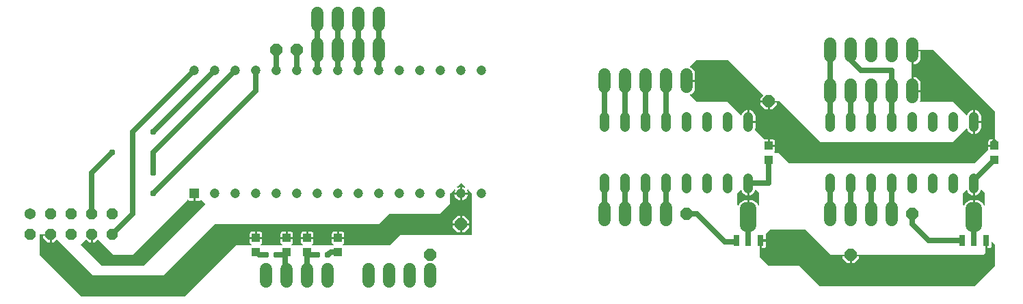
<source format=gbr>
G04 EAGLE Gerber RS-274X export*
G75*
%MOMM*%
%FSLAX34Y34*%
%LPD*%
%INTop Copper*%
%IPPOS*%
%AMOC8*
5,1,8,0,0,1.08239X$1,22.5*%
G01*
%ADD10R,1.206400X1.206400*%
%ADD11C,1.206400*%
%ADD12R,1.000000X1.100000*%
%ADD13C,1.219200*%
%ADD14C,1.524000*%
%ADD15R,0.800000X1.400000*%
%ADD16R,0.800000X1.900000*%
%ADD17C,1.371600*%
%ADD18P,1.484606X8X22.500000*%
%ADD19P,1.649562X8X22.500000*%
%ADD20C,0.787400*%
%ADD21C,0.635000*%

G36*
X1206590Y177054D02*
X1206590Y177054D01*
X1206681Y177061D01*
X1206711Y177073D01*
X1206743Y177079D01*
X1206823Y177121D01*
X1206907Y177157D01*
X1206939Y177183D01*
X1206960Y177194D01*
X1206982Y177217D01*
X1207038Y177262D01*
X1224136Y194360D01*
X1224189Y194434D01*
X1224249Y194503D01*
X1224261Y194533D01*
X1224280Y194559D01*
X1224307Y194646D01*
X1224341Y194731D01*
X1224345Y194772D01*
X1224352Y194795D01*
X1224351Y194827D01*
X1224359Y194898D01*
X1224359Y197477D01*
X1226938Y197477D01*
X1227028Y197492D01*
X1227119Y197499D01*
X1227149Y197511D01*
X1227181Y197517D01*
X1227261Y197559D01*
X1227345Y197595D01*
X1227377Y197621D01*
X1227398Y197632D01*
X1227420Y197655D01*
X1227476Y197700D01*
X1229000Y199224D01*
X1229042Y199282D01*
X1229091Y199334D01*
X1229113Y199381D01*
X1229144Y199423D01*
X1229165Y199492D01*
X1229195Y199557D01*
X1229201Y199609D01*
X1229216Y199658D01*
X1229214Y199730D01*
X1229222Y199801D01*
X1229211Y199852D01*
X1229210Y199904D01*
X1229185Y199972D01*
X1229170Y200042D01*
X1229143Y200086D01*
X1229125Y200135D01*
X1229080Y200191D01*
X1229044Y200253D01*
X1229004Y200287D01*
X1228972Y200327D01*
X1228911Y200366D01*
X1228857Y200413D01*
X1228808Y200432D01*
X1228765Y200460D01*
X1228695Y200478D01*
X1228629Y200505D01*
X1228557Y200513D01*
X1228526Y200520D01*
X1228503Y200519D01*
X1228462Y200523D01*
X1224359Y200523D01*
X1224359Y204834D01*
X1224532Y205481D01*
X1224867Y206060D01*
X1225340Y206533D01*
X1225919Y206868D01*
X1226566Y207041D01*
X1230377Y207041D01*
X1230377Y202438D01*
X1230388Y202367D01*
X1230390Y202296D01*
X1230408Y202247D01*
X1230417Y202195D01*
X1230450Y202132D01*
X1230475Y202065D01*
X1230507Y202024D01*
X1230532Y201978D01*
X1230584Y201929D01*
X1230628Y201873D01*
X1230672Y201844D01*
X1230710Y201809D01*
X1230775Y201778D01*
X1230835Y201740D01*
X1230886Y201727D01*
X1230933Y201705D01*
X1231004Y201697D01*
X1231074Y201680D01*
X1231126Y201684D01*
X1231178Y201678D01*
X1231248Y201693D01*
X1231319Y201699D01*
X1231367Y201719D01*
X1231418Y201730D01*
X1231480Y201767D01*
X1231545Y201795D01*
X1231601Y201840D01*
X1231629Y201856D01*
X1231644Y201874D01*
X1231676Y201900D01*
X1232438Y202662D01*
X1232491Y202736D01*
X1232551Y202805D01*
X1232563Y202835D01*
X1232582Y202861D01*
X1232609Y202948D01*
X1232643Y203033D01*
X1232647Y203074D01*
X1232654Y203097D01*
X1232653Y203129D01*
X1232661Y203200D01*
X1232661Y241300D01*
X1232647Y241390D01*
X1232639Y241481D01*
X1232627Y241511D01*
X1232622Y241543D01*
X1232579Y241623D01*
X1232543Y241707D01*
X1232517Y241739D01*
X1232506Y241760D01*
X1232483Y241782D01*
X1232438Y241838D01*
X1156238Y318038D01*
X1156164Y318091D01*
X1156095Y318151D01*
X1156065Y318163D01*
X1156039Y318182D01*
X1155952Y318209D01*
X1155867Y318243D01*
X1155826Y318247D01*
X1155803Y318254D01*
X1155771Y318253D01*
X1155700Y318261D01*
X1131062Y318261D01*
X1131042Y318258D01*
X1131023Y318260D01*
X1130921Y318238D01*
X1130819Y318222D01*
X1130802Y318212D01*
X1130782Y318208D01*
X1130693Y318155D01*
X1130602Y318106D01*
X1130588Y318092D01*
X1130571Y318082D01*
X1130504Y318003D01*
X1130433Y317928D01*
X1130424Y317910D01*
X1130411Y317895D01*
X1130373Y317799D01*
X1130329Y317705D01*
X1130327Y317685D01*
X1130319Y317667D01*
X1130301Y317500D01*
X1130301Y317499D01*
X1130300Y317499D01*
X1130280Y317496D01*
X1130261Y317498D01*
X1130159Y317476D01*
X1130057Y317459D01*
X1130040Y317450D01*
X1130020Y317446D01*
X1129931Y317393D01*
X1129840Y317344D01*
X1129826Y317330D01*
X1129809Y317320D01*
X1129742Y317241D01*
X1129671Y317166D01*
X1129662Y317148D01*
X1129649Y317133D01*
X1129610Y317037D01*
X1129567Y316943D01*
X1129565Y316923D01*
X1129557Y316905D01*
X1129539Y316738D01*
X1129539Y267462D01*
X1129542Y267442D01*
X1129540Y267423D01*
X1129562Y267321D01*
X1129579Y267219D01*
X1129588Y267202D01*
X1129592Y267182D01*
X1129645Y267093D01*
X1129694Y267002D01*
X1129708Y266988D01*
X1129718Y266971D01*
X1129797Y266904D01*
X1129872Y266833D01*
X1129890Y266824D01*
X1129905Y266811D01*
X1130001Y266773D01*
X1130095Y266729D01*
X1130115Y266727D01*
X1130133Y266719D01*
X1130300Y266701D01*
X1130301Y266701D01*
X1130301Y265938D01*
X1130304Y265918D01*
X1130302Y265899D01*
X1130324Y265797D01*
X1130341Y265695D01*
X1130350Y265678D01*
X1130354Y265658D01*
X1130407Y265569D01*
X1130456Y265478D01*
X1130470Y265464D01*
X1130480Y265447D01*
X1130559Y265380D01*
X1130634Y265309D01*
X1130652Y265300D01*
X1130667Y265287D01*
X1130763Y265248D01*
X1130857Y265205D01*
X1130877Y265203D01*
X1130895Y265195D01*
X1131062Y265177D01*
X1140461Y265177D01*
X1140461Y258280D01*
X1140211Y256701D01*
X1139716Y255179D01*
X1139291Y254346D01*
X1139268Y254274D01*
X1139236Y254205D01*
X1139231Y254157D01*
X1139217Y254111D01*
X1139218Y254036D01*
X1139209Y253961D01*
X1139220Y253914D01*
X1139220Y253865D01*
X1139246Y253794D01*
X1139262Y253720D01*
X1139286Y253679D01*
X1139302Y253634D01*
X1139349Y253574D01*
X1139388Y253509D01*
X1139424Y253478D01*
X1139454Y253440D01*
X1139517Y253398D01*
X1139575Y253349D01*
X1139619Y253331D01*
X1139660Y253305D01*
X1139733Y253286D01*
X1139803Y253257D01*
X1139868Y253250D01*
X1139897Y253242D01*
X1139923Y253244D01*
X1139970Y253239D01*
X1180785Y253239D01*
X1196983Y237040D01*
X1197021Y237013D01*
X1197052Y236979D01*
X1197120Y236942D01*
X1197183Y236897D01*
X1197227Y236883D01*
X1197267Y236861D01*
X1197344Y236847D01*
X1197418Y236824D01*
X1197464Y236825D01*
X1197509Y236817D01*
X1197586Y236829D01*
X1197664Y236831D01*
X1197707Y236846D01*
X1197753Y236853D01*
X1197822Y236888D01*
X1197895Y236915D01*
X1197931Y236944D01*
X1197972Y236964D01*
X1198026Y237020D01*
X1198087Y237069D01*
X1198112Y237107D01*
X1198144Y237140D01*
X1198210Y237260D01*
X1198220Y237276D01*
X1198221Y237280D01*
X1198225Y237287D01*
X1198846Y238787D01*
X1199791Y240202D01*
X1200994Y241405D01*
X1202409Y242350D01*
X1203981Y243001D01*
X1204977Y243199D01*
X1204977Y229362D01*
X1204980Y229342D01*
X1204978Y229323D01*
X1205000Y229221D01*
X1205017Y229119D01*
X1205026Y229102D01*
X1205030Y229082D01*
X1205083Y228993D01*
X1205132Y228902D01*
X1205146Y228888D01*
X1205156Y228871D01*
X1205235Y228804D01*
X1205310Y228733D01*
X1205328Y228724D01*
X1205343Y228711D01*
X1205439Y228673D01*
X1205533Y228629D01*
X1205553Y228627D01*
X1205571Y228619D01*
X1205738Y228601D01*
X1206501Y228601D01*
X1206501Y228599D01*
X1205738Y228599D01*
X1205718Y228596D01*
X1205699Y228598D01*
X1205597Y228576D01*
X1205495Y228559D01*
X1205478Y228550D01*
X1205458Y228546D01*
X1205369Y228493D01*
X1205278Y228444D01*
X1205264Y228430D01*
X1205247Y228420D01*
X1205180Y228341D01*
X1205109Y228266D01*
X1205100Y228248D01*
X1205087Y228233D01*
X1205048Y228137D01*
X1205005Y228043D01*
X1205003Y228023D01*
X1204995Y228005D01*
X1204977Y227838D01*
X1204977Y214001D01*
X1203981Y214199D01*
X1202409Y214850D01*
X1200994Y215795D01*
X1199791Y216998D01*
X1198846Y218413D01*
X1198225Y219913D01*
X1198201Y219952D01*
X1198185Y219995D01*
X1198136Y220056D01*
X1198095Y220122D01*
X1198060Y220151D01*
X1198031Y220187D01*
X1197966Y220229D01*
X1197906Y220279D01*
X1197863Y220295D01*
X1197824Y220320D01*
X1197749Y220339D01*
X1197676Y220367D01*
X1197630Y220369D01*
X1197586Y220380D01*
X1197508Y220374D01*
X1197431Y220377D01*
X1197386Y220365D01*
X1197341Y220361D01*
X1197269Y220331D01*
X1197194Y220309D01*
X1197157Y220283D01*
X1197114Y220265D01*
X1197008Y220179D01*
X1196992Y220169D01*
X1196989Y220165D01*
X1196983Y220160D01*
X1180785Y203961D01*
X1016315Y203961D01*
X965738Y254538D01*
X965664Y254591D01*
X965595Y254651D01*
X965565Y254663D01*
X965539Y254682D01*
X965452Y254709D01*
X965367Y254743D01*
X965326Y254747D01*
X965303Y254754D01*
X965271Y254753D01*
X965200Y254761D01*
X953262Y254761D01*
X953242Y254758D01*
X953223Y254760D01*
X953121Y254738D01*
X953019Y254722D01*
X953002Y254712D01*
X952982Y254708D01*
X952893Y254655D01*
X952802Y254606D01*
X952788Y254592D01*
X952771Y254582D01*
X952704Y254503D01*
X952633Y254428D01*
X952624Y254410D01*
X952611Y254395D01*
X952573Y254299D01*
X952529Y254205D01*
X952527Y254185D01*
X952519Y254167D01*
X952501Y254000D01*
X952501Y253999D01*
X952499Y253999D01*
X952499Y254762D01*
X952496Y254782D01*
X952498Y254801D01*
X952476Y254903D01*
X952459Y255005D01*
X952450Y255022D01*
X952446Y255042D01*
X952393Y255131D01*
X952344Y255222D01*
X952330Y255236D01*
X952320Y255253D01*
X952241Y255320D01*
X952166Y255391D01*
X952148Y255400D01*
X952133Y255413D01*
X952037Y255452D01*
X951943Y255495D01*
X951923Y255497D01*
X951905Y255505D01*
X951738Y255523D01*
X942339Y255523D01*
X942339Y258209D01*
X945315Y261185D01*
X945327Y261201D01*
X945342Y261213D01*
X945399Y261301D01*
X945459Y261384D01*
X945465Y261403D01*
X945475Y261420D01*
X945501Y261521D01*
X945531Y261620D01*
X945531Y261639D01*
X945536Y261659D01*
X945528Y261762D01*
X945525Y261865D01*
X945518Y261884D01*
X945516Y261904D01*
X945476Y261999D01*
X945440Y262096D01*
X945428Y262112D01*
X945420Y262130D01*
X945315Y262261D01*
X902238Y305338D01*
X902164Y305391D01*
X902095Y305451D01*
X902065Y305463D01*
X902039Y305482D01*
X901952Y305509D01*
X901867Y305543D01*
X901826Y305547D01*
X901803Y305554D01*
X901771Y305553D01*
X901700Y305561D01*
X863600Y305561D01*
X863510Y305547D01*
X863419Y305539D01*
X863389Y305527D01*
X863357Y305522D01*
X863277Y305479D01*
X863193Y305443D01*
X863161Y305417D01*
X863140Y305406D01*
X863118Y305383D01*
X863062Y305338D01*
X855117Y297393D01*
X855108Y297380D01*
X855095Y297371D01*
X855036Y297281D01*
X854973Y297194D01*
X854969Y297178D01*
X854960Y297165D01*
X854932Y297061D01*
X854901Y296959D01*
X854901Y296943D01*
X854897Y296927D01*
X854905Y296820D01*
X854907Y296713D01*
X854913Y296698D01*
X854914Y296682D01*
X854955Y296583D01*
X854992Y296482D01*
X855002Y296469D01*
X855008Y296454D01*
X855078Y296374D01*
X855145Y296290D01*
X855159Y296281D01*
X855169Y296269D01*
X855310Y296177D01*
X856225Y295710D01*
X857519Y294770D01*
X858650Y293639D01*
X859590Y292345D01*
X860316Y290920D01*
X860811Y289399D01*
X861061Y287820D01*
X861061Y280923D01*
X851662Y280923D01*
X851642Y280920D01*
X851623Y280922D01*
X851521Y280900D01*
X851419Y280883D01*
X851402Y280874D01*
X851382Y280870D01*
X851293Y280817D01*
X851202Y280768D01*
X851188Y280754D01*
X851171Y280744D01*
X851104Y280665D01*
X851033Y280590D01*
X851024Y280572D01*
X851011Y280557D01*
X850973Y280461D01*
X850929Y280367D01*
X850927Y280347D01*
X850919Y280329D01*
X850901Y280162D01*
X850901Y278638D01*
X850904Y278618D01*
X850902Y278599D01*
X850924Y278497D01*
X850941Y278395D01*
X850950Y278378D01*
X850954Y278358D01*
X851007Y278269D01*
X851056Y278178D01*
X851070Y278164D01*
X851080Y278147D01*
X851159Y278080D01*
X851234Y278009D01*
X851252Y278000D01*
X851267Y277987D01*
X851363Y277948D01*
X851457Y277905D01*
X851477Y277903D01*
X851495Y277895D01*
X851662Y277877D01*
X861061Y277877D01*
X861061Y270980D01*
X860811Y269401D01*
X860316Y267880D01*
X859590Y266455D01*
X858650Y265161D01*
X857519Y264030D01*
X856225Y263090D01*
X855310Y262623D01*
X855297Y262614D01*
X855282Y262608D01*
X855198Y262541D01*
X855111Y262478D01*
X855102Y262465D01*
X855090Y262455D01*
X855031Y262364D01*
X854970Y262276D01*
X854965Y262261D01*
X854957Y262248D01*
X854930Y262143D01*
X854900Y262041D01*
X854901Y262025D01*
X854897Y262009D01*
X854905Y261902D01*
X854909Y261795D01*
X854914Y261780D01*
X854916Y261764D01*
X854958Y261665D01*
X854996Y261565D01*
X855006Y261552D01*
X855012Y261538D01*
X855117Y261407D01*
X863062Y253462D01*
X863136Y253409D01*
X863205Y253349D01*
X863235Y253337D01*
X863261Y253318D01*
X863348Y253291D01*
X863433Y253257D01*
X863474Y253253D01*
X863497Y253246D01*
X863529Y253247D01*
X863600Y253239D01*
X901385Y253239D01*
X917583Y237040D01*
X917621Y237013D01*
X917652Y236980D01*
X917720Y236942D01*
X917783Y236897D01*
X917827Y236883D01*
X917867Y236861D01*
X917944Y236847D01*
X918018Y236824D01*
X918064Y236825D01*
X918109Y236817D01*
X918186Y236829D01*
X918264Y236831D01*
X918307Y236846D01*
X918353Y236853D01*
X918422Y236888D01*
X918495Y236915D01*
X918531Y236944D01*
X918572Y236965D01*
X918626Y237020D01*
X918687Y237069D01*
X918712Y237107D01*
X918744Y237140D01*
X918810Y237260D01*
X918820Y237276D01*
X918821Y237280D01*
X918825Y237287D01*
X919446Y238787D01*
X920391Y240202D01*
X921594Y241405D01*
X923009Y242350D01*
X924581Y243001D01*
X925577Y243199D01*
X925577Y229362D01*
X925580Y229342D01*
X925578Y229323D01*
X925600Y229221D01*
X925617Y229119D01*
X925626Y229102D01*
X925630Y229082D01*
X925683Y228993D01*
X925732Y228902D01*
X925746Y228888D01*
X925756Y228871D01*
X925835Y228804D01*
X925910Y228733D01*
X925928Y228724D01*
X925943Y228711D01*
X926039Y228673D01*
X926133Y228629D01*
X926153Y228627D01*
X926171Y228619D01*
X926338Y228601D01*
X927101Y228601D01*
X927101Y227838D01*
X927104Y227818D01*
X927102Y227799D01*
X927124Y227697D01*
X927141Y227595D01*
X927150Y227578D01*
X927154Y227558D01*
X927207Y227469D01*
X927256Y227378D01*
X927270Y227364D01*
X927280Y227347D01*
X927359Y227280D01*
X927434Y227209D01*
X927452Y227200D01*
X927467Y227187D01*
X927563Y227148D01*
X927657Y227105D01*
X927677Y227103D01*
X927695Y227095D01*
X927862Y227077D01*
X935737Y227077D01*
X935737Y221653D01*
X935405Y219985D01*
X935375Y219913D01*
X935367Y219879D01*
X935365Y219874D01*
X935364Y219865D01*
X935349Y219800D01*
X935320Y219686D01*
X935320Y219680D01*
X935319Y219673D01*
X935330Y219557D01*
X935339Y219441D01*
X935341Y219435D01*
X935342Y219429D01*
X935390Y219320D01*
X935435Y219214D01*
X935440Y219208D01*
X935442Y219204D01*
X935455Y219190D01*
X935540Y219083D01*
X947360Y207264D01*
X947434Y207211D01*
X947503Y207151D01*
X947533Y207139D01*
X947559Y207120D01*
X947646Y207093D01*
X947731Y207059D01*
X947772Y207055D01*
X947795Y207048D01*
X947827Y207049D01*
X947898Y207041D01*
X950977Y207041D01*
X950977Y203962D01*
X950992Y203872D01*
X950999Y203781D01*
X951011Y203751D01*
X951017Y203719D01*
X951059Y203639D01*
X951095Y203555D01*
X951121Y203522D01*
X951132Y203502D01*
X951155Y203480D01*
X951200Y203424D01*
X951739Y202885D01*
X951739Y199762D01*
X951742Y199742D01*
X951740Y199723D01*
X951762Y199621D01*
X951779Y199519D01*
X951788Y199502D01*
X951792Y199482D01*
X951845Y199393D01*
X951894Y199302D01*
X951908Y199288D01*
X951918Y199271D01*
X951997Y199204D01*
X952072Y199133D01*
X952090Y199124D01*
X952105Y199111D01*
X952201Y199072D01*
X952295Y199029D01*
X952315Y199027D01*
X952333Y199019D01*
X952500Y199001D01*
X952501Y199001D01*
X952501Y198238D01*
X952504Y198218D01*
X952502Y198199D01*
X952524Y198097D01*
X952541Y197995D01*
X952550Y197978D01*
X952554Y197958D01*
X952607Y197869D01*
X952656Y197778D01*
X952670Y197764D01*
X952680Y197747D01*
X952759Y197680D01*
X952834Y197609D01*
X952852Y197600D01*
X952867Y197587D01*
X952963Y197548D01*
X953057Y197505D01*
X953077Y197503D01*
X953095Y197495D01*
X953262Y197477D01*
X960041Y197477D01*
X960041Y193166D01*
X959868Y192519D01*
X959529Y191932D01*
X959519Y191925D01*
X959463Y191838D01*
X959403Y191754D01*
X959397Y191735D01*
X959386Y191718D01*
X959361Y191617D01*
X959331Y191519D01*
X959331Y191499D01*
X959326Y191479D01*
X959334Y191376D01*
X959337Y191273D01*
X959344Y191254D01*
X959345Y191234D01*
X959386Y191139D01*
X959421Y191042D01*
X959434Y191026D01*
X959442Y191008D01*
X959547Y190877D01*
X960462Y189962D01*
X960536Y189909D01*
X960605Y189849D01*
X960635Y189837D01*
X960661Y189818D01*
X960749Y189791D01*
X960833Y189757D01*
X960874Y189753D01*
X960897Y189746D01*
X960929Y189747D01*
X961000Y189739D01*
X964885Y189739D01*
X977362Y177262D01*
X977436Y177209D01*
X977505Y177149D01*
X977535Y177137D01*
X977561Y177118D01*
X977648Y177091D01*
X977733Y177057D01*
X977774Y177053D01*
X977797Y177046D01*
X977829Y177047D01*
X977900Y177039D01*
X1206500Y177039D01*
X1206590Y177054D01*
G37*
G36*
X228690Y11954D02*
X228690Y11954D01*
X228781Y11961D01*
X228811Y11973D01*
X228843Y11979D01*
X228923Y12021D01*
X229007Y12057D01*
X229039Y12083D01*
X229060Y12094D01*
X229082Y12117D01*
X229138Y12162D01*
X292415Y75439D01*
X310830Y75439D01*
X310920Y75454D01*
X311011Y75461D01*
X311041Y75473D01*
X311073Y75479D01*
X311153Y75521D01*
X311238Y75557D01*
X311270Y75583D01*
X311290Y75594D01*
X311313Y75617D01*
X311368Y75662D01*
X311464Y75757D01*
X311533Y75854D01*
X311604Y75950D01*
X311606Y75954D01*
X311608Y75957D01*
X311643Y76070D01*
X311679Y76184D01*
X311679Y76188D01*
X311680Y76192D01*
X311677Y76310D01*
X311675Y76430D01*
X311674Y76434D01*
X311674Y76438D01*
X311633Y76550D01*
X311594Y76662D01*
X311591Y76665D01*
X311590Y76669D01*
X311515Y76762D01*
X311442Y76856D01*
X311438Y76859D01*
X311436Y76861D01*
X311425Y76869D01*
X311307Y76955D01*
X310940Y77167D01*
X310467Y77640D01*
X310132Y78219D01*
X309959Y78866D01*
X309959Y83177D01*
X316738Y83177D01*
X316758Y83180D01*
X316777Y83178D01*
X316879Y83200D01*
X316981Y83217D01*
X316998Y83226D01*
X317018Y83230D01*
X317107Y83283D01*
X317198Y83332D01*
X317212Y83346D01*
X317229Y83356D01*
X317296Y83435D01*
X317367Y83510D01*
X317376Y83528D01*
X317389Y83543D01*
X317428Y83639D01*
X317471Y83733D01*
X317473Y83753D01*
X317481Y83771D01*
X317499Y83938D01*
X317499Y84701D01*
X317501Y84701D01*
X317501Y83938D01*
X317504Y83918D01*
X317502Y83899D01*
X317524Y83797D01*
X317541Y83695D01*
X317550Y83678D01*
X317554Y83658D01*
X317607Y83569D01*
X317656Y83478D01*
X317670Y83464D01*
X317680Y83447D01*
X317759Y83380D01*
X317834Y83309D01*
X317852Y83300D01*
X317867Y83287D01*
X317963Y83248D01*
X318057Y83205D01*
X318077Y83203D01*
X318095Y83195D01*
X318262Y83177D01*
X325041Y83177D01*
X325041Y78866D01*
X324868Y78219D01*
X324533Y77640D01*
X324060Y77167D01*
X323693Y76955D01*
X323600Y76879D01*
X323508Y76805D01*
X323506Y76802D01*
X323503Y76799D01*
X323439Y76697D01*
X323375Y76598D01*
X323374Y76595D01*
X323372Y76591D01*
X323344Y76473D01*
X323315Y76360D01*
X323316Y76356D01*
X323315Y76352D01*
X323325Y76232D01*
X323334Y76115D01*
X323336Y76111D01*
X323336Y76107D01*
X323384Y75997D01*
X323431Y75888D01*
X323434Y75885D01*
X323435Y75882D01*
X323444Y75871D01*
X323536Y75757D01*
X323632Y75662D01*
X323705Y75609D01*
X323775Y75549D01*
X323805Y75537D01*
X323831Y75518D01*
X323918Y75491D01*
X324003Y75457D01*
X324044Y75453D01*
X324066Y75446D01*
X324099Y75447D01*
X324170Y75439D01*
X348930Y75439D01*
X349020Y75454D01*
X349111Y75461D01*
X349141Y75473D01*
X349173Y75479D01*
X349253Y75521D01*
X349338Y75557D01*
X349370Y75583D01*
X349390Y75594D01*
X349413Y75617D01*
X349468Y75662D01*
X349564Y75757D01*
X349633Y75854D01*
X349704Y75950D01*
X349706Y75954D01*
X349708Y75957D01*
X349743Y76070D01*
X349779Y76184D01*
X349779Y76188D01*
X349780Y76192D01*
X349777Y76310D01*
X349775Y76430D01*
X349774Y76434D01*
X349774Y76438D01*
X349733Y76550D01*
X349694Y76662D01*
X349691Y76665D01*
X349690Y76669D01*
X349615Y76762D01*
X349542Y76856D01*
X349538Y76859D01*
X349536Y76861D01*
X349525Y76869D01*
X349407Y76955D01*
X349040Y77167D01*
X348567Y77640D01*
X348232Y78219D01*
X348059Y78866D01*
X348059Y83177D01*
X354838Y83177D01*
X354858Y83180D01*
X354877Y83178D01*
X354979Y83200D01*
X355081Y83217D01*
X355098Y83226D01*
X355118Y83230D01*
X355207Y83283D01*
X355298Y83332D01*
X355312Y83346D01*
X355329Y83356D01*
X355396Y83435D01*
X355467Y83510D01*
X355476Y83528D01*
X355489Y83543D01*
X355528Y83639D01*
X355571Y83733D01*
X355573Y83753D01*
X355581Y83771D01*
X355599Y83938D01*
X355599Y84701D01*
X355601Y84701D01*
X355601Y83938D01*
X355604Y83918D01*
X355602Y83899D01*
X355624Y83797D01*
X355641Y83695D01*
X355650Y83678D01*
X355654Y83658D01*
X355707Y83569D01*
X355756Y83478D01*
X355770Y83464D01*
X355780Y83447D01*
X355859Y83380D01*
X355934Y83309D01*
X355952Y83300D01*
X355967Y83287D01*
X356063Y83248D01*
X356157Y83205D01*
X356177Y83203D01*
X356195Y83195D01*
X356362Y83177D01*
X363141Y83177D01*
X363141Y78866D01*
X362968Y78219D01*
X362633Y77640D01*
X362160Y77167D01*
X361793Y76955D01*
X361700Y76879D01*
X361608Y76805D01*
X361606Y76802D01*
X361603Y76799D01*
X361539Y76697D01*
X361475Y76598D01*
X361474Y76595D01*
X361472Y76591D01*
X361444Y76473D01*
X361415Y76360D01*
X361416Y76356D01*
X361415Y76352D01*
X361425Y76232D01*
X361434Y76115D01*
X361436Y76111D01*
X361436Y76107D01*
X361484Y75997D01*
X361531Y75888D01*
X361534Y75885D01*
X361535Y75882D01*
X361544Y75871D01*
X361636Y75757D01*
X361732Y75662D01*
X361805Y75609D01*
X361875Y75549D01*
X361905Y75537D01*
X361931Y75518D01*
X362018Y75491D01*
X362103Y75457D01*
X362144Y75453D01*
X362166Y75446D01*
X362199Y75447D01*
X362270Y75439D01*
X374330Y75439D01*
X374420Y75454D01*
X374511Y75461D01*
X374541Y75473D01*
X374573Y75479D01*
X374653Y75521D01*
X374738Y75557D01*
X374770Y75583D01*
X374790Y75594D01*
X374813Y75617D01*
X374868Y75662D01*
X374964Y75757D01*
X375033Y75854D01*
X375104Y75950D01*
X375106Y75954D01*
X375108Y75957D01*
X375143Y76070D01*
X375179Y76184D01*
X375179Y76188D01*
X375180Y76192D01*
X375177Y76310D01*
X375175Y76430D01*
X375174Y76434D01*
X375174Y76438D01*
X375133Y76550D01*
X375094Y76662D01*
X375091Y76665D01*
X375090Y76669D01*
X375015Y76762D01*
X374942Y76856D01*
X374938Y76859D01*
X374936Y76861D01*
X374925Y76869D01*
X374807Y76955D01*
X374440Y77167D01*
X373967Y77640D01*
X373632Y78219D01*
X373459Y78866D01*
X373459Y83177D01*
X380238Y83177D01*
X380258Y83180D01*
X380277Y83178D01*
X380379Y83200D01*
X380481Y83217D01*
X380498Y83226D01*
X380518Y83230D01*
X380607Y83283D01*
X380698Y83332D01*
X380712Y83346D01*
X380729Y83356D01*
X380796Y83435D01*
X380867Y83510D01*
X380876Y83528D01*
X380889Y83543D01*
X380928Y83639D01*
X380971Y83733D01*
X380973Y83753D01*
X380981Y83771D01*
X380999Y83938D01*
X380999Y84701D01*
X381001Y84701D01*
X381001Y83938D01*
X381004Y83918D01*
X381002Y83899D01*
X381024Y83797D01*
X381041Y83695D01*
X381050Y83678D01*
X381054Y83658D01*
X381107Y83569D01*
X381156Y83478D01*
X381170Y83464D01*
X381180Y83447D01*
X381259Y83380D01*
X381334Y83309D01*
X381352Y83300D01*
X381367Y83287D01*
X381463Y83248D01*
X381557Y83205D01*
X381577Y83203D01*
X381595Y83195D01*
X381762Y83177D01*
X388541Y83177D01*
X388541Y78866D01*
X388368Y78219D01*
X388033Y77640D01*
X387560Y77167D01*
X387193Y76955D01*
X387100Y76879D01*
X387008Y76805D01*
X387006Y76802D01*
X387003Y76799D01*
X386939Y76697D01*
X386875Y76598D01*
X386874Y76595D01*
X386872Y76591D01*
X386844Y76473D01*
X386815Y76360D01*
X386816Y76356D01*
X386815Y76352D01*
X386825Y76232D01*
X386834Y76115D01*
X386836Y76111D01*
X386836Y76107D01*
X386884Y75997D01*
X386931Y75888D01*
X386934Y75885D01*
X386935Y75882D01*
X386944Y75871D01*
X387036Y75757D01*
X387132Y75662D01*
X387205Y75609D01*
X387275Y75549D01*
X387305Y75537D01*
X387331Y75518D01*
X387418Y75491D01*
X387503Y75457D01*
X387544Y75453D01*
X387566Y75446D01*
X387599Y75447D01*
X387670Y75439D01*
X412430Y75439D01*
X412520Y75454D01*
X412611Y75461D01*
X412641Y75473D01*
X412673Y75479D01*
X412753Y75521D01*
X412838Y75557D01*
X412870Y75583D01*
X412890Y75594D01*
X412913Y75617D01*
X412968Y75662D01*
X413064Y75757D01*
X413133Y75854D01*
X413204Y75950D01*
X413206Y75954D01*
X413208Y75957D01*
X413243Y76070D01*
X413279Y76184D01*
X413279Y76188D01*
X413280Y76192D01*
X413277Y76310D01*
X413275Y76430D01*
X413274Y76434D01*
X413274Y76438D01*
X413233Y76550D01*
X413194Y76662D01*
X413191Y76665D01*
X413190Y76669D01*
X413115Y76762D01*
X413042Y76856D01*
X413038Y76859D01*
X413036Y76861D01*
X413025Y76869D01*
X412907Y76955D01*
X412540Y77167D01*
X412067Y77640D01*
X411732Y78219D01*
X411559Y78866D01*
X411559Y83177D01*
X418338Y83177D01*
X418358Y83180D01*
X418377Y83178D01*
X418479Y83200D01*
X418581Y83217D01*
X418598Y83226D01*
X418618Y83230D01*
X418707Y83283D01*
X418798Y83332D01*
X418812Y83346D01*
X418829Y83356D01*
X418896Y83435D01*
X418967Y83510D01*
X418976Y83528D01*
X418989Y83543D01*
X419028Y83639D01*
X419071Y83733D01*
X419073Y83753D01*
X419081Y83771D01*
X419099Y83938D01*
X419099Y84701D01*
X419101Y84701D01*
X419101Y83938D01*
X419104Y83918D01*
X419102Y83899D01*
X419124Y83797D01*
X419141Y83695D01*
X419150Y83678D01*
X419154Y83658D01*
X419207Y83569D01*
X419256Y83478D01*
X419270Y83464D01*
X419280Y83447D01*
X419359Y83380D01*
X419434Y83309D01*
X419452Y83300D01*
X419467Y83287D01*
X419563Y83248D01*
X419657Y83205D01*
X419677Y83203D01*
X419695Y83195D01*
X419862Y83177D01*
X426641Y83177D01*
X426641Y78866D01*
X426468Y78219D01*
X426133Y77640D01*
X425660Y77167D01*
X425293Y76955D01*
X425200Y76879D01*
X425108Y76805D01*
X425106Y76802D01*
X425103Y76799D01*
X425039Y76697D01*
X424975Y76598D01*
X424974Y76595D01*
X424972Y76591D01*
X424944Y76473D01*
X424915Y76360D01*
X424916Y76356D01*
X424915Y76352D01*
X424925Y76232D01*
X424934Y76115D01*
X424936Y76111D01*
X424936Y76107D01*
X424984Y75997D01*
X425031Y75888D01*
X425034Y75885D01*
X425035Y75882D01*
X425044Y75871D01*
X425136Y75757D01*
X425232Y75662D01*
X425305Y75609D01*
X425375Y75549D01*
X425405Y75537D01*
X425431Y75518D01*
X425518Y75491D01*
X425603Y75457D01*
X425644Y75453D01*
X425666Y75446D01*
X425699Y75447D01*
X425770Y75439D01*
X482600Y75439D01*
X482690Y75454D01*
X482781Y75461D01*
X482811Y75473D01*
X482843Y75479D01*
X482923Y75521D01*
X483007Y75557D01*
X483039Y75583D01*
X483060Y75594D01*
X483082Y75617D01*
X483138Y75662D01*
X495615Y88139D01*
X584200Y88139D01*
X584220Y88142D01*
X584239Y88140D01*
X584341Y88162D01*
X584443Y88179D01*
X584460Y88188D01*
X584480Y88192D01*
X584569Y88245D01*
X584660Y88294D01*
X584674Y88308D01*
X584691Y88318D01*
X584758Y88397D01*
X584830Y88472D01*
X584838Y88490D01*
X584851Y88505D01*
X584890Y88601D01*
X584933Y88695D01*
X584935Y88715D01*
X584943Y88733D01*
X584961Y88900D01*
X584961Y139700D01*
X584947Y139790D01*
X584939Y139881D01*
X584927Y139911D01*
X584922Y139943D01*
X584879Y140023D01*
X584843Y140107D01*
X584817Y140139D01*
X584806Y140160D01*
X584783Y140182D01*
X584738Y140238D01*
X580296Y144681D01*
X580256Y144710D01*
X580222Y144746D01*
X580157Y144781D01*
X580096Y144824D01*
X580049Y144839D01*
X580006Y144862D01*
X579932Y144875D01*
X579861Y144897D01*
X579812Y144895D01*
X579763Y144904D01*
X579690Y144892D01*
X579615Y144890D01*
X579569Y144873D01*
X579520Y144866D01*
X579454Y144831D01*
X579384Y144806D01*
X579346Y144775D01*
X579302Y144752D01*
X579250Y144699D01*
X579192Y144652D01*
X579165Y144611D01*
X579131Y144575D01*
X579099Y144508D01*
X579059Y144445D01*
X579047Y144397D01*
X579026Y144353D01*
X579017Y144279D01*
X578999Y144207D01*
X579003Y144158D01*
X578997Y144109D01*
X579012Y144036D01*
X579018Y143962D01*
X579037Y143916D01*
X579047Y143868D01*
X579073Y143819D01*
X579743Y142201D01*
X579938Y141223D01*
X573023Y141223D01*
X573023Y148138D01*
X574001Y147943D01*
X575593Y147284D01*
X575604Y147276D01*
X575675Y147254D01*
X575743Y147223D01*
X575792Y147218D01*
X575839Y147203D01*
X575914Y147205D01*
X575988Y147198D01*
X576036Y147208D01*
X576085Y147210D01*
X576155Y147235D01*
X576228Y147252D01*
X576270Y147277D01*
X576316Y147294D01*
X576374Y147341D01*
X576438Y147379D01*
X576470Y147417D01*
X576508Y147448D01*
X576548Y147510D01*
X576596Y147567D01*
X576614Y147613D01*
X576641Y147655D01*
X576659Y147727D01*
X576687Y147796D01*
X576689Y147845D01*
X576701Y147893D01*
X576695Y147968D01*
X576699Y148042D01*
X576686Y148089D01*
X576682Y148138D01*
X576653Y148207D01*
X576633Y148279D01*
X576605Y148320D01*
X576586Y148365D01*
X576508Y148462D01*
X576494Y148482D01*
X576487Y148488D01*
X576481Y148496D01*
X572038Y152938D01*
X572022Y152950D01*
X572010Y152965D01*
X571922Y153022D01*
X571839Y153082D01*
X571820Y153088D01*
X571803Y153098D01*
X571702Y153124D01*
X571603Y153154D01*
X571584Y153154D01*
X571564Y153159D01*
X571461Y153151D01*
X571358Y153148D01*
X571339Y153141D01*
X571319Y153139D01*
X571224Y153099D01*
X571127Y153063D01*
X571111Y153051D01*
X571093Y153043D01*
X570962Y152938D01*
X566519Y148496D01*
X566490Y148456D01*
X566454Y148422D01*
X566419Y148356D01*
X566376Y148296D01*
X566361Y148249D01*
X566338Y148206D01*
X566325Y148132D01*
X566303Y148061D01*
X566305Y148012D01*
X566296Y147963D01*
X566308Y147890D01*
X566310Y147815D01*
X566327Y147769D01*
X566334Y147720D01*
X566368Y147654D01*
X566394Y147584D01*
X566425Y147545D01*
X566448Y147502D01*
X566501Y147450D01*
X566548Y147392D01*
X566589Y147365D01*
X566625Y147331D01*
X566692Y147299D01*
X566755Y147259D01*
X566803Y147247D01*
X566847Y147226D01*
X566921Y147217D01*
X566993Y147199D01*
X567042Y147203D01*
X567091Y147197D01*
X567164Y147212D01*
X567238Y147218D01*
X567284Y147237D01*
X567332Y147247D01*
X567381Y147273D01*
X568999Y147943D01*
X569977Y148138D01*
X569977Y141223D01*
X563062Y141223D01*
X563257Y142201D01*
X563916Y143793D01*
X563924Y143804D01*
X563946Y143875D01*
X563977Y143943D01*
X563982Y143992D01*
X563997Y144039D01*
X563995Y144114D01*
X564002Y144188D01*
X563992Y144236D01*
X563990Y144285D01*
X563965Y144355D01*
X563948Y144428D01*
X563923Y144470D01*
X563906Y144516D01*
X563859Y144574D01*
X563821Y144638D01*
X563783Y144670D01*
X563752Y144708D01*
X563690Y144748D01*
X563633Y144796D01*
X563587Y144814D01*
X563545Y144841D01*
X563473Y144859D01*
X563404Y144887D01*
X563355Y144889D01*
X563307Y144901D01*
X563232Y144895D01*
X563158Y144899D01*
X563111Y144886D01*
X563062Y144882D01*
X562993Y144853D01*
X562921Y144833D01*
X562880Y144805D01*
X562835Y144786D01*
X562738Y144708D01*
X562718Y144694D01*
X562712Y144687D01*
X562704Y144681D01*
X558262Y140238D01*
X558209Y140164D01*
X558149Y140095D01*
X558137Y140065D01*
X558118Y140039D01*
X558091Y139952D01*
X558057Y139867D01*
X558053Y139826D01*
X558046Y139803D01*
X558047Y139771D01*
X558039Y139700D01*
X558039Y127315D01*
X545785Y115061D01*
X482600Y115061D01*
X482510Y115047D01*
X482419Y115039D01*
X482389Y115027D01*
X482357Y115022D01*
X482277Y114979D01*
X482193Y114943D01*
X482161Y114917D01*
X482140Y114906D01*
X482118Y114883D01*
X482062Y114838D01*
X469585Y102361D01*
X266700Y102361D01*
X266610Y102347D01*
X266519Y102339D01*
X266489Y102327D01*
X266457Y102322D01*
X266377Y102279D01*
X266293Y102243D01*
X266261Y102217D01*
X266240Y102206D01*
X266218Y102183D01*
X266162Y102138D01*
X202885Y38861D01*
X114615Y38861D01*
X71222Y82254D01*
X71206Y82266D01*
X71194Y82281D01*
X71106Y82337D01*
X71023Y82398D01*
X71004Y82403D01*
X70987Y82414D01*
X70886Y82440D01*
X70788Y82470D01*
X70768Y82469D01*
X70748Y82474D01*
X70645Y82466D01*
X70542Y82464D01*
X70523Y82457D01*
X70503Y82455D01*
X70408Y82415D01*
X70311Y82379D01*
X70295Y82367D01*
X70277Y82359D01*
X70146Y82254D01*
X67393Y79501D01*
X65023Y79501D01*
X65023Y88138D01*
X65020Y88158D01*
X65022Y88177D01*
X65000Y88279D01*
X64983Y88381D01*
X64974Y88398D01*
X64970Y88418D01*
X64917Y88507D01*
X64868Y88598D01*
X64854Y88612D01*
X64844Y88629D01*
X64765Y88696D01*
X64690Y88767D01*
X64672Y88776D01*
X64657Y88789D01*
X64561Y88827D01*
X64467Y88871D01*
X64447Y88873D01*
X64429Y88881D01*
X64262Y88899D01*
X63499Y88899D01*
X63499Y88900D01*
X63496Y88920D01*
X63498Y88939D01*
X63476Y89041D01*
X63459Y89143D01*
X63450Y89160D01*
X63446Y89180D01*
X63393Y89269D01*
X63344Y89360D01*
X63330Y89374D01*
X63320Y89391D01*
X63241Y89458D01*
X63166Y89530D01*
X63148Y89538D01*
X63133Y89551D01*
X63037Y89590D01*
X62943Y89633D01*
X62923Y89635D01*
X62905Y89643D01*
X62738Y89661D01*
X50800Y89661D01*
X50780Y89658D01*
X50761Y89660D01*
X50659Y89638D01*
X50557Y89622D01*
X50540Y89612D01*
X50520Y89608D01*
X50431Y89555D01*
X50340Y89506D01*
X50326Y89492D01*
X50309Y89482D01*
X50242Y89403D01*
X50171Y89328D01*
X50162Y89310D01*
X50149Y89295D01*
X50110Y89199D01*
X50067Y89105D01*
X50065Y89085D01*
X50057Y89067D01*
X50039Y88900D01*
X50039Y63500D01*
X50054Y63410D01*
X50061Y63319D01*
X50073Y63289D01*
X50079Y63257D01*
X50121Y63177D01*
X50157Y63093D01*
X50183Y63061D01*
X50194Y63040D01*
X50217Y63018D01*
X50262Y62962D01*
X101062Y12162D01*
X101136Y12109D01*
X101205Y12049D01*
X101235Y12037D01*
X101261Y12018D01*
X101348Y11991D01*
X101433Y11957D01*
X101474Y11953D01*
X101497Y11946D01*
X101529Y11947D01*
X101600Y11939D01*
X228600Y11939D01*
X228690Y11954D01*
G37*
G36*
X1206590Y24654D02*
X1206590Y24654D01*
X1206681Y24661D01*
X1206711Y24673D01*
X1206743Y24679D01*
X1206823Y24721D01*
X1206907Y24757D01*
X1206939Y24783D01*
X1206960Y24794D01*
X1206982Y24817D01*
X1207038Y24862D01*
X1232438Y50262D01*
X1232491Y50336D01*
X1232551Y50405D01*
X1232563Y50435D01*
X1232582Y50461D01*
X1232609Y50548D01*
X1232643Y50633D01*
X1232647Y50674D01*
X1232654Y50697D01*
X1232653Y50729D01*
X1232661Y50800D01*
X1232661Y76200D01*
X1232647Y76290D01*
X1232639Y76381D01*
X1232627Y76411D01*
X1232622Y76443D01*
X1232579Y76523D01*
X1232543Y76607D01*
X1232517Y76640D01*
X1232506Y76660D01*
X1232483Y76682D01*
X1232438Y76738D01*
X1229330Y79846D01*
X1229272Y79888D01*
X1229220Y79938D01*
X1229173Y79959D01*
X1229131Y79990D01*
X1229062Y80011D01*
X1228997Y80041D01*
X1228945Y80047D01*
X1228895Y80062D01*
X1228824Y80060D01*
X1228753Y80068D01*
X1228702Y80057D01*
X1228650Y80056D01*
X1228582Y80031D01*
X1228512Y80016D01*
X1228467Y79989D01*
X1228419Y79971D01*
X1228363Y79927D01*
X1228301Y79890D01*
X1228267Y79850D01*
X1228227Y79818D01*
X1228188Y79757D01*
X1228141Y79703D01*
X1228122Y79655D01*
X1228094Y79611D01*
X1228076Y79541D01*
X1228049Y79475D01*
X1228041Y79403D01*
X1228033Y79372D01*
X1228035Y79349D01*
X1228031Y79308D01*
X1228031Y74456D01*
X1227858Y73809D01*
X1227523Y73230D01*
X1227050Y72757D01*
X1226471Y72422D01*
X1225824Y72249D01*
X1223013Y72249D01*
X1223013Y81028D01*
X1223010Y81048D01*
X1223012Y81067D01*
X1222990Y81169D01*
X1222973Y81271D01*
X1222964Y81288D01*
X1222960Y81308D01*
X1222907Y81397D01*
X1222858Y81488D01*
X1222844Y81502D01*
X1222834Y81519D01*
X1222755Y81586D01*
X1222680Y81657D01*
X1222662Y81666D01*
X1222647Y81679D01*
X1222551Y81718D01*
X1222457Y81761D01*
X1222437Y81763D01*
X1222419Y81771D01*
X1222252Y81789D01*
X1221490Y81789D01*
X1221470Y81786D01*
X1221451Y81788D01*
X1221349Y81766D01*
X1221247Y81749D01*
X1221230Y81740D01*
X1221210Y81736D01*
X1221121Y81683D01*
X1221030Y81634D01*
X1221016Y81620D01*
X1220999Y81610D01*
X1220932Y81531D01*
X1220861Y81456D01*
X1220852Y81438D01*
X1220839Y81423D01*
X1220800Y81327D01*
X1220757Y81233D01*
X1220755Y81213D01*
X1220747Y81195D01*
X1220729Y81028D01*
X1220729Y66105D01*
X1218885Y64261D01*
X1054862Y64261D01*
X1054842Y64258D01*
X1054823Y64260D01*
X1054721Y64238D01*
X1054619Y64222D01*
X1054602Y64212D01*
X1054582Y64208D01*
X1054493Y64155D01*
X1054402Y64106D01*
X1054388Y64092D01*
X1054371Y64082D01*
X1054304Y64003D01*
X1054233Y63928D01*
X1054224Y63910D01*
X1054211Y63895D01*
X1054173Y63799D01*
X1054129Y63705D01*
X1054127Y63685D01*
X1054119Y63667D01*
X1054101Y63500D01*
X1054101Y63499D01*
X1054099Y63499D01*
X1054099Y63500D01*
X1054096Y63520D01*
X1054098Y63539D01*
X1054076Y63641D01*
X1054059Y63743D01*
X1054050Y63760D01*
X1054046Y63780D01*
X1053993Y63869D01*
X1053944Y63960D01*
X1053930Y63974D01*
X1053920Y63991D01*
X1053841Y64058D01*
X1053766Y64130D01*
X1053748Y64138D01*
X1053733Y64151D01*
X1053637Y64190D01*
X1053543Y64233D01*
X1053523Y64235D01*
X1053505Y64243D01*
X1053338Y64261D01*
X1029015Y64261D01*
X998248Y95028D01*
X998174Y95081D01*
X998105Y95141D01*
X998075Y95153D01*
X998049Y95172D01*
X997962Y95199D01*
X997877Y95233D01*
X997836Y95237D01*
X997813Y95244D01*
X997781Y95243D01*
X997710Y95251D01*
X954790Y95251D01*
X954700Y95237D01*
X954609Y95229D01*
X954579Y95217D01*
X954547Y95212D01*
X954467Y95169D01*
X954383Y95133D01*
X954351Y95107D01*
X954330Y95096D01*
X954308Y95073D01*
X954252Y95028D01*
X948854Y89630D01*
X948801Y89556D01*
X948741Y89487D01*
X948729Y89457D01*
X948710Y89431D01*
X948683Y89344D01*
X948649Y89259D01*
X948645Y89218D01*
X948638Y89195D01*
X948639Y89163D01*
X948631Y89092D01*
X948631Y83313D01*
X942852Y83313D01*
X942832Y83310D01*
X942813Y83312D01*
X942711Y83290D01*
X942609Y83273D01*
X942592Y83264D01*
X942572Y83260D01*
X942483Y83207D01*
X942392Y83158D01*
X942378Y83144D01*
X942361Y83134D01*
X942294Y83055D01*
X942223Y82980D01*
X942214Y82962D01*
X942201Y82947D01*
X942162Y82851D01*
X942119Y82757D01*
X942117Y82737D01*
X942109Y82719D01*
X942091Y82552D01*
X942091Y81789D01*
X942090Y81789D01*
X942070Y81786D01*
X942051Y81788D01*
X941949Y81766D01*
X941847Y81749D01*
X941830Y81740D01*
X941810Y81736D01*
X941721Y81683D01*
X941630Y81634D01*
X941616Y81620D01*
X941599Y81610D01*
X941532Y81531D01*
X941461Y81456D01*
X941452Y81438D01*
X941439Y81423D01*
X941400Y81327D01*
X941357Y81233D01*
X941355Y81213D01*
X941347Y81195D01*
X941329Y81028D01*
X941329Y61210D01*
X941344Y61120D01*
X941351Y61029D01*
X941363Y60999D01*
X941369Y60967D01*
X941411Y60887D01*
X941447Y60803D01*
X941473Y60771D01*
X941484Y60750D01*
X941507Y60728D01*
X941552Y60672D01*
X951962Y50262D01*
X952036Y50209D01*
X952105Y50149D01*
X952135Y50137D01*
X952161Y50118D01*
X952248Y50091D01*
X952333Y50057D01*
X952374Y50053D01*
X952397Y50046D01*
X952429Y50047D01*
X952500Y50039D01*
X990285Y50039D01*
X1015462Y24862D01*
X1015536Y24809D01*
X1015605Y24749D01*
X1015635Y24737D01*
X1015661Y24718D01*
X1015748Y24691D01*
X1015833Y24657D01*
X1015874Y24653D01*
X1015897Y24646D01*
X1015929Y24647D01*
X1016000Y24639D01*
X1206500Y24639D01*
X1206590Y24654D01*
G37*
G36*
X177890Y50054D02*
X177890Y50054D01*
X177981Y50061D01*
X178011Y50073D01*
X178043Y50079D01*
X178123Y50121D01*
X178207Y50157D01*
X178239Y50183D01*
X178260Y50194D01*
X178282Y50217D01*
X178338Y50262D01*
X254538Y126462D01*
X254550Y126478D01*
X254565Y126490D01*
X254622Y126578D01*
X254682Y126661D01*
X254688Y126680D01*
X254698Y126697D01*
X254724Y126798D01*
X254754Y126897D01*
X254754Y126916D01*
X254759Y126936D01*
X254751Y127039D01*
X254748Y127142D01*
X254741Y127161D01*
X254739Y127181D01*
X254699Y127276D01*
X254663Y127373D01*
X254651Y127389D01*
X254643Y127407D01*
X254538Y127538D01*
X250205Y131871D01*
X250189Y131883D01*
X250177Y131899D01*
X250089Y131955D01*
X250005Y132015D01*
X249986Y132021D01*
X249970Y132032D01*
X249869Y132057D01*
X249770Y132087D01*
X249750Y132087D01*
X249731Y132092D01*
X249628Y132084D01*
X249524Y132081D01*
X249506Y132074D01*
X249486Y132073D01*
X249391Y132032D01*
X249293Y131996D01*
X249278Y131984D01*
X249260Y131976D01*
X249129Y131871D01*
X248892Y131635D01*
X248313Y131300D01*
X247666Y131127D01*
X242823Y131127D01*
X242823Y138938D01*
X242820Y138958D01*
X242822Y138977D01*
X242800Y139079D01*
X242783Y139181D01*
X242774Y139198D01*
X242770Y139218D01*
X242717Y139307D01*
X242668Y139398D01*
X242654Y139412D01*
X242644Y139429D01*
X242565Y139496D01*
X242490Y139567D01*
X242472Y139576D01*
X242457Y139589D01*
X242361Y139627D01*
X242267Y139671D01*
X242247Y139673D01*
X242229Y139681D01*
X242062Y139699D01*
X240538Y139699D01*
X240518Y139696D01*
X240499Y139698D01*
X240397Y139676D01*
X240295Y139659D01*
X240278Y139650D01*
X240258Y139646D01*
X240169Y139593D01*
X240078Y139544D01*
X240064Y139530D01*
X240047Y139520D01*
X239980Y139441D01*
X239909Y139366D01*
X239900Y139348D01*
X239887Y139333D01*
X239848Y139237D01*
X239805Y139143D01*
X239803Y139123D01*
X239795Y139105D01*
X239777Y138938D01*
X239777Y131127D01*
X234934Y131127D01*
X234287Y131300D01*
X233708Y131635D01*
X233471Y131871D01*
X233455Y131883D01*
X233443Y131899D01*
X233355Y131955D01*
X233272Y132015D01*
X233253Y132021D01*
X233236Y132032D01*
X233135Y132057D01*
X233037Y132087D01*
X233017Y132087D01*
X232997Y132092D01*
X232894Y132084D01*
X232791Y132081D01*
X232772Y132074D01*
X232752Y132073D01*
X232657Y132032D01*
X232560Y131997D01*
X232544Y131984D01*
X232526Y131976D01*
X232395Y131871D01*
X164785Y64261D01*
X140015Y64261D01*
X122022Y82254D01*
X122006Y82266D01*
X121994Y82281D01*
X121906Y82337D01*
X121823Y82398D01*
X121804Y82403D01*
X121787Y82414D01*
X121686Y82440D01*
X121588Y82470D01*
X121568Y82469D01*
X121548Y82474D01*
X121445Y82466D01*
X121342Y82464D01*
X121323Y82457D01*
X121303Y82455D01*
X121208Y82415D01*
X121111Y82379D01*
X121095Y82367D01*
X121077Y82359D01*
X120946Y82254D01*
X118193Y79501D01*
X115823Y79501D01*
X115823Y88138D01*
X115820Y88158D01*
X115822Y88177D01*
X115800Y88279D01*
X115783Y88381D01*
X115774Y88398D01*
X115770Y88418D01*
X115717Y88507D01*
X115668Y88598D01*
X115654Y88612D01*
X115644Y88629D01*
X115565Y88696D01*
X115490Y88767D01*
X115472Y88776D01*
X115457Y88789D01*
X115361Y88827D01*
X115267Y88871D01*
X115247Y88873D01*
X115229Y88881D01*
X115062Y88899D01*
X113538Y88899D01*
X113518Y88896D01*
X113499Y88898D01*
X113397Y88876D01*
X113295Y88859D01*
X113278Y88850D01*
X113258Y88846D01*
X113169Y88793D01*
X113078Y88744D01*
X113064Y88730D01*
X113047Y88720D01*
X112980Y88641D01*
X112909Y88566D01*
X112900Y88548D01*
X112887Y88533D01*
X112848Y88437D01*
X112805Y88343D01*
X112803Y88323D01*
X112795Y88305D01*
X112777Y88138D01*
X112777Y79501D01*
X110407Y79501D01*
X107654Y82254D01*
X107638Y82266D01*
X107625Y82281D01*
X107538Y82337D01*
X107454Y82398D01*
X107435Y82403D01*
X107419Y82414D01*
X107318Y82440D01*
X107219Y82470D01*
X107199Y82469D01*
X107180Y82474D01*
X107077Y82466D01*
X106973Y82464D01*
X106955Y82457D01*
X106935Y82455D01*
X106840Y82415D01*
X106742Y82379D01*
X106727Y82367D01*
X106709Y82359D01*
X106578Y82254D01*
X101062Y76738D01*
X101050Y76722D01*
X101035Y76710D01*
X100978Y76622D01*
X100918Y76539D01*
X100912Y76520D01*
X100902Y76503D01*
X100876Y76402D01*
X100846Y76303D01*
X100846Y76284D01*
X100841Y76264D01*
X100850Y76161D01*
X100852Y76058D01*
X100859Y76039D01*
X100861Y76019D01*
X100901Y75924D01*
X100937Y75827D01*
X100949Y75811D01*
X100957Y75793D01*
X101062Y75662D01*
X126462Y50262D01*
X126536Y50209D01*
X126605Y50149D01*
X126635Y50137D01*
X126661Y50118D01*
X126748Y50091D01*
X126833Y50057D01*
X126874Y50053D01*
X126897Y50046D01*
X126929Y50047D01*
X127000Y50039D01*
X177800Y50039D01*
X177890Y50054D01*
G37*
G36*
X927882Y111004D02*
X927882Y111004D01*
X927901Y111002D01*
X928003Y111024D01*
X928105Y111041D01*
X928122Y111050D01*
X928142Y111054D01*
X928231Y111107D01*
X928322Y111156D01*
X928336Y111170D01*
X928353Y111180D01*
X928420Y111259D01*
X928491Y111334D01*
X928500Y111352D01*
X928513Y111367D01*
X928552Y111463D01*
X928595Y111557D01*
X928597Y111577D01*
X928605Y111595D01*
X928623Y111762D01*
X928623Y131791D01*
X930440Y131791D01*
X932019Y131541D01*
X933540Y131046D01*
X934965Y130320D01*
X936259Y129380D01*
X937390Y128249D01*
X938330Y126955D01*
X939056Y125530D01*
X939076Y125470D01*
X939078Y125466D01*
X939079Y125462D01*
X939134Y125358D01*
X939189Y125251D01*
X939192Y125248D01*
X939194Y125245D01*
X939280Y125163D01*
X939365Y125080D01*
X939369Y125078D01*
X939372Y125075D01*
X939480Y125025D01*
X939587Y124974D01*
X939591Y124974D01*
X939595Y124972D01*
X939713Y124959D01*
X939832Y124944D01*
X939836Y124945D01*
X939839Y124945D01*
X939957Y124970D01*
X940072Y124994D01*
X940076Y124996D01*
X940080Y124997D01*
X940182Y125058D01*
X940285Y125118D01*
X940288Y125121D01*
X940291Y125123D01*
X940368Y125214D01*
X940447Y125303D01*
X940448Y125307D01*
X940451Y125310D01*
X940496Y125422D01*
X940541Y125531D01*
X940541Y125535D01*
X940543Y125538D01*
X940561Y125705D01*
X940561Y139700D01*
X940547Y139790D01*
X940539Y139881D01*
X940527Y139911D01*
X940522Y139943D01*
X940479Y140023D01*
X940443Y140107D01*
X940417Y140140D01*
X940406Y140160D01*
X940383Y140182D01*
X940338Y140238D01*
X936617Y143960D01*
X936579Y143987D01*
X936548Y144021D01*
X936480Y144058D01*
X936417Y144103D01*
X936373Y144117D01*
X936333Y144139D01*
X936256Y144153D01*
X936182Y144176D01*
X936136Y144175D01*
X936091Y144183D01*
X936014Y144171D01*
X935936Y144169D01*
X935893Y144154D01*
X935847Y144147D01*
X935778Y144112D01*
X935705Y144085D01*
X935669Y144056D01*
X935628Y144036D01*
X935574Y143980D01*
X935513Y143931D01*
X935488Y143893D01*
X935456Y143860D01*
X935390Y143740D01*
X935380Y143724D01*
X935379Y143720D01*
X935375Y143713D01*
X934754Y142213D01*
X933809Y140798D01*
X932606Y139595D01*
X931191Y138650D01*
X929619Y137999D01*
X928623Y137801D01*
X928623Y151638D01*
X928620Y151658D01*
X928622Y151677D01*
X928600Y151779D01*
X928583Y151881D01*
X928574Y151898D01*
X928570Y151918D01*
X928517Y152007D01*
X928468Y152098D01*
X928454Y152112D01*
X928444Y152129D01*
X928365Y152196D01*
X928290Y152267D01*
X928272Y152276D01*
X928257Y152289D01*
X928161Y152327D01*
X928067Y152371D01*
X928047Y152373D01*
X928029Y152381D01*
X927862Y152399D01*
X926338Y152399D01*
X926318Y152396D01*
X926299Y152398D01*
X926197Y152376D01*
X926095Y152359D01*
X926078Y152350D01*
X926058Y152346D01*
X925969Y152293D01*
X925878Y152244D01*
X925864Y152230D01*
X925847Y152220D01*
X925780Y152141D01*
X925709Y152066D01*
X925700Y152048D01*
X925687Y152033D01*
X925648Y151937D01*
X925605Y151843D01*
X925603Y151823D01*
X925595Y151805D01*
X925577Y151638D01*
X925577Y137801D01*
X924581Y137999D01*
X923009Y138650D01*
X921594Y139595D01*
X920391Y140798D01*
X919446Y142213D01*
X918825Y143713D01*
X918801Y143752D01*
X918785Y143795D01*
X918736Y143856D01*
X918695Y143922D01*
X918660Y143951D01*
X918631Y143987D01*
X918566Y144029D01*
X918506Y144079D01*
X918463Y144095D01*
X918424Y144120D01*
X918349Y144139D01*
X918276Y144167D01*
X918230Y144169D01*
X918186Y144180D01*
X918108Y144174D01*
X918031Y144177D01*
X917986Y144165D01*
X917941Y144161D01*
X917869Y144131D01*
X917794Y144109D01*
X917757Y144083D01*
X917714Y144065D01*
X917608Y143979D01*
X917592Y143969D01*
X917589Y143965D01*
X917583Y143960D01*
X913862Y140238D01*
X913809Y140164D01*
X913749Y140095D01*
X913737Y140065D01*
X913718Y140039D01*
X913691Y139952D01*
X913657Y139867D01*
X913653Y139826D01*
X913646Y139803D01*
X913647Y139771D01*
X913639Y139700D01*
X913639Y125705D01*
X913639Y125701D01*
X913639Y125697D01*
X913660Y125578D01*
X913679Y125462D01*
X913680Y125459D01*
X913681Y125455D01*
X913738Y125349D01*
X913794Y125245D01*
X913797Y125242D01*
X913798Y125238D01*
X913886Y125157D01*
X913972Y125075D01*
X913976Y125074D01*
X913979Y125071D01*
X914087Y125022D01*
X914195Y124972D01*
X914199Y124971D01*
X914203Y124970D01*
X914321Y124958D01*
X914439Y124945D01*
X914444Y124946D01*
X914448Y124945D01*
X914562Y124971D01*
X914680Y124997D01*
X914683Y124999D01*
X914687Y125000D01*
X914788Y125062D01*
X914891Y125123D01*
X914894Y125126D01*
X914897Y125128D01*
X914973Y125220D01*
X915051Y125310D01*
X915052Y125314D01*
X915055Y125317D01*
X915124Y125470D01*
X915144Y125531D01*
X915870Y126955D01*
X916810Y128249D01*
X917941Y129380D01*
X919235Y130320D01*
X920660Y131046D01*
X922181Y131541D01*
X923760Y131791D01*
X925577Y131791D01*
X925577Y111762D01*
X925580Y111742D01*
X925578Y111723D01*
X925600Y111621D01*
X925617Y111519D01*
X925626Y111502D01*
X925630Y111482D01*
X925683Y111393D01*
X925732Y111302D01*
X925746Y111288D01*
X925756Y111271D01*
X925835Y111204D01*
X925910Y111133D01*
X925928Y111124D01*
X925943Y111111D01*
X926039Y111072D01*
X926133Y111029D01*
X926153Y111027D01*
X926171Y111019D01*
X926338Y111001D01*
X927862Y111001D01*
X927882Y111004D01*
G37*
G36*
X1207282Y111004D02*
X1207282Y111004D01*
X1207301Y111002D01*
X1207403Y111024D01*
X1207505Y111041D01*
X1207522Y111050D01*
X1207542Y111054D01*
X1207631Y111107D01*
X1207722Y111156D01*
X1207736Y111170D01*
X1207753Y111180D01*
X1207820Y111259D01*
X1207891Y111334D01*
X1207900Y111352D01*
X1207913Y111367D01*
X1207952Y111463D01*
X1207995Y111557D01*
X1207997Y111577D01*
X1208005Y111595D01*
X1208023Y111762D01*
X1208023Y131791D01*
X1209840Y131791D01*
X1211419Y131541D01*
X1212940Y131046D01*
X1214365Y130320D01*
X1215659Y129380D01*
X1216790Y128249D01*
X1217730Y126955D01*
X1218456Y125530D01*
X1218476Y125470D01*
X1218478Y125466D01*
X1218479Y125462D01*
X1218534Y125358D01*
X1218589Y125251D01*
X1218592Y125248D01*
X1218594Y125245D01*
X1218680Y125163D01*
X1218765Y125080D01*
X1218769Y125078D01*
X1218772Y125075D01*
X1218880Y125025D01*
X1218987Y124974D01*
X1218991Y124974D01*
X1218995Y124972D01*
X1219113Y124959D01*
X1219232Y124944D01*
X1219236Y124945D01*
X1219239Y124945D01*
X1219357Y124970D01*
X1219472Y124994D01*
X1219476Y124996D01*
X1219480Y124997D01*
X1219582Y125058D01*
X1219685Y125118D01*
X1219688Y125121D01*
X1219691Y125123D01*
X1219768Y125214D01*
X1219847Y125303D01*
X1219848Y125307D01*
X1219851Y125310D01*
X1219896Y125422D01*
X1219941Y125531D01*
X1219941Y125535D01*
X1219943Y125538D01*
X1219961Y125705D01*
X1219961Y139700D01*
X1219947Y139790D01*
X1219939Y139881D01*
X1219927Y139911D01*
X1219922Y139943D01*
X1219879Y140023D01*
X1219843Y140107D01*
X1219817Y140140D01*
X1219806Y140160D01*
X1219783Y140182D01*
X1219738Y140238D01*
X1216017Y143960D01*
X1215979Y143987D01*
X1215948Y144020D01*
X1215880Y144058D01*
X1215817Y144103D01*
X1215773Y144117D01*
X1215733Y144139D01*
X1215656Y144153D01*
X1215582Y144176D01*
X1215536Y144175D01*
X1215491Y144183D01*
X1215414Y144171D01*
X1215336Y144169D01*
X1215293Y144154D01*
X1215247Y144147D01*
X1215178Y144112D01*
X1215105Y144085D01*
X1215069Y144056D01*
X1215028Y144035D01*
X1214974Y143980D01*
X1214913Y143931D01*
X1214888Y143893D01*
X1214856Y143860D01*
X1214790Y143740D01*
X1214780Y143724D01*
X1214779Y143720D01*
X1214775Y143713D01*
X1214154Y142213D01*
X1213209Y140798D01*
X1212006Y139595D01*
X1210591Y138650D01*
X1209019Y137999D01*
X1208023Y137801D01*
X1208023Y151638D01*
X1208020Y151658D01*
X1208022Y151677D01*
X1208000Y151779D01*
X1207983Y151881D01*
X1207974Y151898D01*
X1207970Y151918D01*
X1207917Y152007D01*
X1207868Y152098D01*
X1207854Y152112D01*
X1207844Y152129D01*
X1207765Y152196D01*
X1207690Y152267D01*
X1207672Y152276D01*
X1207657Y152289D01*
X1207561Y152327D01*
X1207467Y152371D01*
X1207447Y152373D01*
X1207429Y152381D01*
X1207262Y152399D01*
X1205738Y152399D01*
X1205718Y152396D01*
X1205699Y152398D01*
X1205597Y152376D01*
X1205495Y152359D01*
X1205478Y152350D01*
X1205458Y152346D01*
X1205369Y152293D01*
X1205278Y152244D01*
X1205264Y152230D01*
X1205247Y152220D01*
X1205180Y152141D01*
X1205109Y152066D01*
X1205100Y152048D01*
X1205087Y152033D01*
X1205048Y151937D01*
X1205005Y151843D01*
X1205003Y151823D01*
X1204995Y151805D01*
X1204977Y151638D01*
X1204977Y137801D01*
X1203981Y137999D01*
X1202409Y138650D01*
X1200994Y139595D01*
X1199791Y140798D01*
X1198846Y142213D01*
X1198225Y143713D01*
X1198201Y143752D01*
X1198185Y143795D01*
X1198136Y143856D01*
X1198095Y143922D01*
X1198060Y143951D01*
X1198031Y143987D01*
X1197966Y144029D01*
X1197906Y144079D01*
X1197863Y144095D01*
X1197824Y144120D01*
X1197749Y144139D01*
X1197676Y144167D01*
X1197630Y144169D01*
X1197586Y144180D01*
X1197508Y144174D01*
X1197430Y144177D01*
X1197386Y144165D01*
X1197341Y144161D01*
X1197269Y144131D01*
X1197194Y144109D01*
X1197156Y144083D01*
X1197114Y144065D01*
X1197008Y143979D01*
X1196992Y143969D01*
X1196989Y143965D01*
X1196983Y143960D01*
X1193262Y140238D01*
X1193209Y140164D01*
X1193149Y140095D01*
X1193137Y140065D01*
X1193118Y140039D01*
X1193091Y139952D01*
X1193057Y139867D01*
X1193053Y139826D01*
X1193046Y139803D01*
X1193047Y139771D01*
X1193039Y139700D01*
X1193039Y125705D01*
X1193039Y125701D01*
X1193039Y125697D01*
X1193059Y125579D01*
X1193079Y125462D01*
X1193080Y125459D01*
X1193081Y125455D01*
X1193138Y125350D01*
X1193194Y125245D01*
X1193196Y125242D01*
X1193198Y125239D01*
X1193286Y125157D01*
X1193372Y125076D01*
X1193376Y125074D01*
X1193379Y125071D01*
X1193487Y125022D01*
X1193595Y124972D01*
X1193599Y124971D01*
X1193603Y124970D01*
X1193723Y124958D01*
X1193839Y124945D01*
X1193843Y124946D01*
X1193847Y124945D01*
X1193964Y124972D01*
X1194080Y124997D01*
X1194083Y124999D01*
X1194087Y125000D01*
X1194188Y125062D01*
X1194291Y125123D01*
X1194294Y125126D01*
X1194297Y125128D01*
X1194374Y125220D01*
X1194451Y125310D01*
X1194452Y125314D01*
X1194455Y125317D01*
X1194524Y125470D01*
X1194544Y125530D01*
X1195270Y126955D01*
X1196210Y128249D01*
X1197341Y129380D01*
X1198635Y130320D01*
X1200060Y131046D01*
X1201581Y131541D01*
X1203160Y131791D01*
X1204977Y131791D01*
X1204977Y111762D01*
X1204980Y111742D01*
X1204978Y111723D01*
X1205000Y111621D01*
X1205017Y111519D01*
X1205026Y111502D01*
X1205030Y111482D01*
X1205083Y111393D01*
X1205132Y111302D01*
X1205146Y111288D01*
X1205156Y111271D01*
X1205235Y111204D01*
X1205310Y111133D01*
X1205328Y111124D01*
X1205343Y111111D01*
X1205439Y111072D01*
X1205533Y111029D01*
X1205553Y111027D01*
X1205571Y111019D01*
X1205738Y111001D01*
X1207262Y111001D01*
X1207282Y111004D01*
G37*
%LPC*%
G36*
X1131823Y268223D02*
X1131823Y268223D01*
X1131823Y284366D01*
X1132679Y284231D01*
X1134200Y283736D01*
X1135625Y283010D01*
X1136919Y282070D01*
X1138050Y280939D01*
X1138990Y279645D01*
X1139716Y278220D01*
X1140211Y276699D01*
X1140461Y275120D01*
X1140461Y268223D01*
X1131823Y268223D01*
G37*
%LPD*%
%LPC*%
G36*
X1131823Y315977D02*
X1131823Y315977D01*
X1140461Y315977D01*
X1140461Y309080D01*
X1140211Y307501D01*
X1139716Y305980D01*
X1138990Y304555D01*
X1138050Y303261D01*
X1136919Y302130D01*
X1135625Y301190D01*
X1134200Y300464D01*
X1132679Y299969D01*
X1131823Y299834D01*
X1131823Y315977D01*
G37*
%LPD*%
%LPC*%
G36*
X928623Y230123D02*
X928623Y230123D01*
X928623Y243199D01*
X929619Y243001D01*
X931191Y242350D01*
X932606Y241405D01*
X933809Y240202D01*
X934754Y238787D01*
X935405Y237215D01*
X935737Y235547D01*
X935737Y230123D01*
X928623Y230123D01*
G37*
%LPD*%
%LPC*%
G36*
X1208023Y230123D02*
X1208023Y230123D01*
X1208023Y243199D01*
X1209019Y243001D01*
X1210591Y242350D01*
X1212006Y241405D01*
X1213209Y240202D01*
X1214154Y238787D01*
X1214805Y237215D01*
X1215137Y235547D01*
X1215137Y230123D01*
X1208023Y230123D01*
G37*
%LPD*%
%LPC*%
G36*
X1208023Y227077D02*
X1208023Y227077D01*
X1215137Y227077D01*
X1215137Y221653D01*
X1214805Y219985D01*
X1214154Y218413D01*
X1213209Y216998D01*
X1212006Y215795D01*
X1210591Y214850D01*
X1209019Y214199D01*
X1208023Y214001D01*
X1208023Y227077D01*
G37*
%LPD*%
G36*
X1206539Y88150D02*
X1206539Y88150D01*
X1206642Y88152D01*
X1206661Y88159D01*
X1206681Y88161D01*
X1206776Y88201D01*
X1206873Y88237D01*
X1206889Y88249D01*
X1206907Y88257D01*
X1207038Y88362D01*
X1207800Y89124D01*
X1207842Y89182D01*
X1207891Y89233D01*
X1207899Y89251D01*
X1207913Y89267D01*
X1207925Y89297D01*
X1207944Y89323D01*
X1207965Y89394D01*
X1207994Y89456D01*
X1207996Y89475D01*
X1208005Y89495D01*
X1208009Y89536D01*
X1208016Y89558D01*
X1208015Y89591D01*
X1208023Y89662D01*
X1208023Y110238D01*
X1208021Y110248D01*
X1208022Y110254D01*
X1208020Y110262D01*
X1208022Y110277D01*
X1208000Y110379D01*
X1207983Y110481D01*
X1207974Y110498D01*
X1207970Y110518D01*
X1207917Y110607D01*
X1207868Y110698D01*
X1207854Y110712D01*
X1207844Y110729D01*
X1207765Y110796D01*
X1207690Y110867D01*
X1207672Y110876D01*
X1207657Y110889D01*
X1207561Y110928D01*
X1207467Y110971D01*
X1207447Y110973D01*
X1207429Y110981D01*
X1207262Y110999D01*
X1205738Y110999D01*
X1205718Y110996D01*
X1205699Y110998D01*
X1205597Y110976D01*
X1205495Y110959D01*
X1205478Y110950D01*
X1205458Y110946D01*
X1205369Y110893D01*
X1205278Y110844D01*
X1205264Y110830D01*
X1205247Y110820D01*
X1205180Y110741D01*
X1205109Y110666D01*
X1205100Y110648D01*
X1205087Y110633D01*
X1205048Y110537D01*
X1205005Y110443D01*
X1205003Y110423D01*
X1204995Y110405D01*
X1204977Y110238D01*
X1204977Y89662D01*
X1204980Y89639D01*
X1204979Y89622D01*
X1204993Y89556D01*
X1204999Y89481D01*
X1205011Y89451D01*
X1205017Y89419D01*
X1205027Y89400D01*
X1205031Y89381D01*
X1205066Y89322D01*
X1205095Y89255D01*
X1205121Y89222D01*
X1205132Y89202D01*
X1205147Y89187D01*
X1205157Y89170D01*
X1205174Y89156D01*
X1205200Y89124D01*
X1205962Y88362D01*
X1205978Y88350D01*
X1205990Y88335D01*
X1206077Y88279D01*
X1206161Y88218D01*
X1206181Y88212D01*
X1206197Y88202D01*
X1206298Y88176D01*
X1206397Y88146D01*
X1206416Y88146D01*
X1206436Y88141D01*
X1206539Y88150D01*
G37*
G36*
X927139Y88150D02*
X927139Y88150D01*
X927242Y88152D01*
X927261Y88159D01*
X927281Y88161D01*
X927376Y88201D01*
X927473Y88237D01*
X927489Y88249D01*
X927507Y88257D01*
X927638Y88362D01*
X928400Y89124D01*
X928442Y89182D01*
X928491Y89233D01*
X928499Y89251D01*
X928513Y89267D01*
X928525Y89297D01*
X928544Y89323D01*
X928565Y89394D01*
X928594Y89456D01*
X928596Y89475D01*
X928605Y89495D01*
X928609Y89536D01*
X928616Y89558D01*
X928615Y89591D01*
X928623Y89662D01*
X928623Y110238D01*
X928621Y110248D01*
X928622Y110254D01*
X928620Y110262D01*
X928622Y110277D01*
X928600Y110379D01*
X928583Y110481D01*
X928574Y110498D01*
X928570Y110518D01*
X928517Y110607D01*
X928468Y110698D01*
X928454Y110712D01*
X928444Y110729D01*
X928365Y110796D01*
X928290Y110867D01*
X928272Y110876D01*
X928257Y110889D01*
X928161Y110928D01*
X928067Y110971D01*
X928047Y110973D01*
X928029Y110981D01*
X927862Y110999D01*
X926338Y110999D01*
X926318Y110996D01*
X926299Y110998D01*
X926197Y110976D01*
X926095Y110959D01*
X926078Y110950D01*
X926058Y110946D01*
X925969Y110893D01*
X925878Y110844D01*
X925864Y110830D01*
X925847Y110820D01*
X925780Y110741D01*
X925709Y110666D01*
X925700Y110648D01*
X925687Y110633D01*
X925648Y110537D01*
X925605Y110443D01*
X925603Y110423D01*
X925595Y110405D01*
X925577Y110238D01*
X925577Y89662D01*
X925580Y89639D01*
X925579Y89622D01*
X925593Y89556D01*
X925599Y89481D01*
X925611Y89451D01*
X925617Y89419D01*
X925627Y89400D01*
X925631Y89381D01*
X925666Y89322D01*
X925695Y89255D01*
X925721Y89222D01*
X925732Y89202D01*
X925747Y89187D01*
X925757Y89170D01*
X925774Y89156D01*
X925800Y89124D01*
X926562Y88362D01*
X926578Y88350D01*
X926590Y88335D01*
X926677Y88279D01*
X926761Y88218D01*
X926781Y88212D01*
X926797Y88202D01*
X926898Y88176D01*
X926997Y88146D01*
X927016Y88146D01*
X927036Y88141D01*
X927139Y88150D01*
G37*
%LPC*%
G36*
X573023Y103123D02*
X573023Y103123D01*
X573023Y111761D01*
X575709Y111761D01*
X581661Y105809D01*
X581661Y103123D01*
X573023Y103123D01*
G37*
%LPD*%
%LPC*%
G36*
X561339Y103123D02*
X561339Y103123D01*
X561339Y105809D01*
X567291Y111761D01*
X569977Y111761D01*
X569977Y103123D01*
X561339Y103123D01*
G37*
%LPD*%
%LPC*%
G36*
X1055623Y53339D02*
X1055623Y53339D01*
X1055623Y61977D01*
X1064261Y61977D01*
X1064261Y59291D01*
X1058309Y53339D01*
X1055623Y53339D01*
G37*
%LPD*%
%LPC*%
G36*
X573023Y91439D02*
X573023Y91439D01*
X573023Y100077D01*
X581661Y100077D01*
X581661Y97391D01*
X575709Y91439D01*
X573023Y91439D01*
G37*
%LPD*%
%LPC*%
G36*
X954023Y243839D02*
X954023Y243839D01*
X954023Y252477D01*
X962661Y252477D01*
X962661Y249791D01*
X956709Y243839D01*
X954023Y243839D01*
G37*
%LPD*%
%LPC*%
G36*
X1049891Y53339D02*
X1049891Y53339D01*
X1043939Y59291D01*
X1043939Y61977D01*
X1052577Y61977D01*
X1052577Y53339D01*
X1049891Y53339D01*
G37*
%LPD*%
%LPC*%
G36*
X948291Y243839D02*
X948291Y243839D01*
X942339Y249791D01*
X942339Y252477D01*
X950977Y252477D01*
X950977Y243839D01*
X948291Y243839D01*
G37*
%LPD*%
%LPC*%
G36*
X567291Y91439D02*
X567291Y91439D01*
X561339Y97391D01*
X561339Y100077D01*
X569977Y100077D01*
X569977Y91439D01*
X567291Y91439D01*
G37*
%LPD*%
%LPC*%
G36*
X59607Y79501D02*
X59607Y79501D01*
X54101Y85007D01*
X54101Y87377D01*
X61977Y87377D01*
X61977Y79501D01*
X59607Y79501D01*
G37*
%LPD*%
%LPC*%
G36*
X943613Y72249D02*
X943613Y72249D01*
X943613Y80267D01*
X948631Y80267D01*
X948631Y74456D01*
X948458Y73809D01*
X948123Y73230D01*
X947650Y72757D01*
X947071Y72422D01*
X946424Y72249D01*
X943613Y72249D01*
G37*
%LPD*%
%LPC*%
G36*
X382523Y86223D02*
X382523Y86223D01*
X382523Y92741D01*
X386335Y92741D01*
X386981Y92568D01*
X387560Y92233D01*
X388033Y91760D01*
X388368Y91181D01*
X388541Y90534D01*
X388541Y86223D01*
X382523Y86223D01*
G37*
%LPD*%
%LPC*%
G36*
X357123Y86223D02*
X357123Y86223D01*
X357123Y92741D01*
X360935Y92741D01*
X361581Y92568D01*
X362160Y92233D01*
X362633Y91760D01*
X362968Y91181D01*
X363141Y90534D01*
X363141Y86223D01*
X357123Y86223D01*
G37*
%LPD*%
%LPC*%
G36*
X319023Y86223D02*
X319023Y86223D01*
X319023Y92741D01*
X322835Y92741D01*
X323481Y92568D01*
X324060Y92233D01*
X324533Y91760D01*
X324868Y91181D01*
X325041Y90534D01*
X325041Y86223D01*
X319023Y86223D01*
G37*
%LPD*%
%LPC*%
G36*
X420623Y86223D02*
X420623Y86223D01*
X420623Y92741D01*
X424435Y92741D01*
X425081Y92568D01*
X425660Y92233D01*
X426133Y91760D01*
X426468Y91181D01*
X426641Y90534D01*
X426641Y86223D01*
X420623Y86223D01*
G37*
%LPD*%
%LPC*%
G36*
X954023Y200523D02*
X954023Y200523D01*
X954023Y207041D01*
X957835Y207041D01*
X958481Y206868D01*
X959060Y206533D01*
X959533Y206060D01*
X959868Y205481D01*
X960041Y204834D01*
X960041Y200523D01*
X954023Y200523D01*
G37*
%LPD*%
%LPC*%
G36*
X309959Y86223D02*
X309959Y86223D01*
X309959Y90534D01*
X310132Y91181D01*
X310467Y91760D01*
X310940Y92233D01*
X311519Y92568D01*
X312166Y92741D01*
X315977Y92741D01*
X315977Y86223D01*
X309959Y86223D01*
G37*
%LPD*%
%LPC*%
G36*
X348059Y86223D02*
X348059Y86223D01*
X348059Y90534D01*
X348232Y91181D01*
X348567Y91760D01*
X349040Y92233D01*
X349619Y92568D01*
X350266Y92741D01*
X354077Y92741D01*
X354077Y86223D01*
X348059Y86223D01*
G37*
%LPD*%
%LPC*%
G36*
X373459Y86223D02*
X373459Y86223D01*
X373459Y90534D01*
X373632Y91181D01*
X373967Y91760D01*
X374440Y92233D01*
X375019Y92568D01*
X375666Y92741D01*
X379477Y92741D01*
X379477Y86223D01*
X373459Y86223D01*
G37*
%LPD*%
%LPC*%
G36*
X411559Y86223D02*
X411559Y86223D01*
X411559Y90534D01*
X411732Y91181D01*
X412067Y91760D01*
X412540Y92233D01*
X413119Y92568D01*
X413766Y92741D01*
X417577Y92741D01*
X417577Y86223D01*
X411559Y86223D01*
G37*
%LPD*%
%LPC*%
G36*
X573023Y138177D02*
X573023Y138177D01*
X579938Y138177D01*
X579743Y137199D01*
X579097Y135639D01*
X578159Y134235D01*
X576965Y133041D01*
X575561Y132103D01*
X574001Y131457D01*
X573023Y131262D01*
X573023Y138177D01*
G37*
%LPD*%
%LPC*%
G36*
X568999Y131457D02*
X568999Y131457D01*
X567439Y132103D01*
X566035Y133041D01*
X564841Y134235D01*
X563903Y135639D01*
X563257Y137199D01*
X563062Y138177D01*
X569977Y138177D01*
X569977Y131262D01*
X568999Y131457D01*
G37*
%LPD*%
%LPC*%
G36*
X571499Y139699D02*
X571499Y139699D01*
X571499Y139701D01*
X571501Y139701D01*
X571501Y139699D01*
X571499Y139699D01*
G37*
%LPD*%
%LPC*%
G36*
X571499Y101599D02*
X571499Y101599D01*
X571499Y101601D01*
X571501Y101601D01*
X571501Y101599D01*
X571499Y101599D01*
G37*
%LPD*%
D10*
X241300Y139700D03*
D11*
X266700Y139700D03*
X292100Y139700D03*
X317500Y139700D03*
X342900Y139700D03*
X368300Y139700D03*
X393700Y139700D03*
X419100Y139700D03*
X444500Y139700D03*
X469900Y139700D03*
X495300Y139700D03*
X520700Y139700D03*
X546100Y139700D03*
X571500Y139700D03*
X596900Y139700D03*
X596900Y292100D03*
X571500Y292100D03*
X546100Y292100D03*
X520700Y292100D03*
X495300Y292100D03*
X469900Y292100D03*
X444500Y292100D03*
X419100Y292100D03*
X393700Y292100D03*
X368300Y292100D03*
X342900Y292100D03*
X317500Y292100D03*
X292100Y292100D03*
X266700Y292100D03*
X241300Y292100D03*
D12*
X952500Y199000D03*
X952500Y182000D03*
X1231900Y199000D03*
X1231900Y182000D03*
D13*
X749300Y158496D02*
X749300Y146304D01*
X774700Y146304D02*
X774700Y158496D01*
X901700Y158496D02*
X901700Y146304D01*
X927100Y146304D02*
X927100Y158496D01*
X800100Y158496D02*
X800100Y146304D01*
X825500Y146304D02*
X825500Y158496D01*
X876300Y158496D02*
X876300Y146304D01*
X850900Y146304D02*
X850900Y158496D01*
X927100Y222504D02*
X927100Y234696D01*
X901700Y234696D02*
X901700Y222504D01*
X876300Y222504D02*
X876300Y234696D01*
X850900Y234696D02*
X850900Y222504D01*
X825500Y222504D02*
X825500Y234696D01*
X800100Y234696D02*
X800100Y222504D01*
X774700Y222504D02*
X774700Y234696D01*
X749300Y234696D02*
X749300Y222504D01*
X1028700Y158496D02*
X1028700Y146304D01*
X1054100Y146304D02*
X1054100Y158496D01*
X1181100Y158496D02*
X1181100Y146304D01*
X1206500Y146304D02*
X1206500Y158496D01*
X1079500Y158496D02*
X1079500Y146304D01*
X1104900Y146304D02*
X1104900Y158496D01*
X1155700Y158496D02*
X1155700Y146304D01*
X1130300Y146304D02*
X1130300Y158496D01*
X1206500Y222504D02*
X1206500Y234696D01*
X1181100Y234696D02*
X1181100Y222504D01*
X1155700Y222504D02*
X1155700Y234696D01*
X1130300Y234696D02*
X1130300Y222504D01*
X1104900Y222504D02*
X1104900Y234696D01*
X1079500Y234696D02*
X1079500Y222504D01*
X1054100Y222504D02*
X1054100Y234696D01*
X1028700Y234696D02*
X1028700Y222504D01*
D14*
X749300Y271780D02*
X749300Y287020D01*
X774700Y287020D02*
X774700Y271780D01*
X800100Y271780D02*
X800100Y287020D01*
X825500Y287020D02*
X825500Y271780D01*
X850900Y271780D02*
X850900Y287020D01*
X1028700Y309880D02*
X1028700Y325120D01*
X1054100Y325120D02*
X1054100Y309880D01*
X1079500Y309880D02*
X1079500Y325120D01*
X1104900Y325120D02*
X1104900Y309880D01*
X1130300Y309880D02*
X1130300Y325120D01*
X1028700Y274320D02*
X1028700Y259080D01*
X1054100Y259080D02*
X1054100Y274320D01*
X1079500Y274320D02*
X1079500Y259080D01*
X1104900Y259080D02*
X1104900Y274320D01*
X1130300Y274320D02*
X1130300Y259080D01*
D12*
X317500Y84700D03*
X317500Y67700D03*
D15*
X1191510Y81790D03*
X1221490Y81790D03*
D16*
X1206500Y84330D03*
D14*
X1209040Y100370D02*
X1203960Y100370D01*
X1203960Y121630D01*
X1209040Y121630D01*
X1209040Y100370D01*
X1209040Y114848D02*
X1203960Y114848D01*
D15*
X912110Y81790D03*
X942090Y81790D03*
D16*
X927100Y84330D03*
D14*
X929640Y100370D02*
X924560Y100370D01*
X924560Y121630D01*
X929640Y121630D01*
X929640Y100370D01*
X929640Y114848D02*
X924560Y114848D01*
D17*
X38100Y114300D03*
D18*
X38100Y88900D03*
X63500Y114300D03*
X63500Y88900D03*
X88900Y114300D03*
X88900Y88900D03*
X114300Y114300D03*
X114300Y88900D03*
X139700Y114300D03*
X139700Y88900D03*
D14*
X393700Y347980D02*
X393700Y363220D01*
X419100Y363220D02*
X419100Y347980D01*
X444500Y347980D02*
X444500Y363220D01*
X469900Y363220D02*
X469900Y347980D01*
X393700Y325120D02*
X393700Y309880D01*
X419100Y309880D02*
X419100Y325120D01*
X444500Y325120D02*
X444500Y309880D01*
X469900Y309880D02*
X469900Y325120D01*
X749300Y121920D02*
X749300Y106680D01*
X774700Y106680D02*
X774700Y121920D01*
X800100Y121920D02*
X800100Y106680D01*
X825500Y106680D02*
X825500Y121920D01*
X1028700Y121920D02*
X1028700Y106680D01*
X1054100Y106680D02*
X1054100Y121920D01*
X1079500Y121920D02*
X1079500Y106680D01*
X1104900Y106680D02*
X1104900Y121920D01*
D19*
X368300Y317500D03*
X342900Y317500D03*
X850900Y114300D03*
X1054100Y63500D03*
X533400Y63500D03*
X571500Y101600D03*
X1130300Y114300D03*
X952500Y254000D03*
D14*
X330200Y45720D02*
X330200Y30480D01*
X355600Y30480D02*
X355600Y45720D01*
X381000Y45720D02*
X381000Y30480D01*
X406400Y30480D02*
X406400Y45720D01*
D12*
X355600Y84700D03*
X355600Y67700D03*
X381000Y84700D03*
X381000Y67700D03*
X419100Y84700D03*
X419100Y67700D03*
D14*
X457200Y45720D02*
X457200Y30480D01*
X482600Y30480D02*
X482600Y45720D01*
X508000Y45720D02*
X508000Y30480D01*
X533400Y30480D02*
X533400Y45720D01*
D20*
X330200Y63500D03*
D21*
X321700Y63500D01*
X317500Y67700D01*
X1028700Y228600D02*
X1028700Y266700D01*
X1028700Y317500D01*
X1079500Y266700D02*
X1079500Y228600D01*
X1104900Y228600D02*
X1104900Y266700D01*
X1104900Y292100D01*
X1066800Y292100D01*
X1054100Y304800D01*
X1054100Y317500D01*
X749300Y279400D02*
X749300Y228600D01*
X774700Y228600D02*
X774700Y279400D01*
X800100Y279400D02*
X800100Y228600D01*
X825500Y228600D02*
X825500Y279400D01*
X165100Y215900D02*
X165100Y114300D01*
X165100Y215900D02*
X241300Y292100D01*
X165100Y114300D02*
X139700Y88900D01*
X190500Y215900D02*
X266700Y292100D01*
D20*
X190500Y215900D03*
X139700Y190500D03*
D21*
X114300Y165100D01*
X114300Y114300D01*
X190500Y190500D02*
X292100Y292100D01*
X190500Y190500D02*
X190500Y165100D01*
D20*
X190500Y165100D03*
X190500Y139700D03*
D21*
X317500Y266700D01*
X317500Y292100D01*
X469900Y317500D02*
X469900Y355600D01*
X469900Y317500D02*
X469900Y292100D01*
X444500Y292100D02*
X444500Y317500D01*
X444500Y355600D01*
X419100Y355600D02*
X419100Y317500D01*
X419100Y292100D01*
X393700Y292100D02*
X393700Y317500D01*
X393700Y355600D01*
X749300Y152400D02*
X749300Y114300D01*
X774700Y114300D02*
X774700Y152400D01*
X800100Y152400D02*
X800100Y114300D01*
X825500Y114300D02*
X825500Y152400D01*
X1028700Y152400D02*
X1028700Y114300D01*
X1054100Y114300D02*
X1054100Y152400D01*
X1079500Y152400D02*
X1079500Y114300D01*
X1104900Y114300D02*
X1104900Y152400D01*
X368300Y292100D02*
X368300Y317500D01*
X342900Y317500D02*
X342900Y292100D01*
X910460Y80140D02*
X912110Y81790D01*
X863600Y114300D02*
X850900Y114300D01*
X897760Y80140D02*
X910460Y80140D01*
X897760Y80140D02*
X863600Y114300D01*
X1150110Y81790D02*
X1191510Y81790D01*
X1130300Y101600D02*
X1130300Y114300D01*
X1130300Y101600D02*
X1150110Y81790D01*
X353500Y65600D02*
X351400Y63500D01*
X353500Y40200D02*
X355600Y38100D01*
X353500Y40200D02*
X353500Y65600D01*
X355600Y67700D01*
X351400Y63500D02*
X342900Y63500D01*
D20*
X342900Y63500D03*
D21*
X381000Y63500D02*
X381000Y38100D01*
X381000Y63500D02*
X383100Y65600D01*
D20*
X393700Y63500D03*
D21*
X385200Y63500D01*
X383100Y65600D01*
X381000Y67700D01*
X406400Y63500D02*
X410600Y67700D01*
X419100Y67700D01*
D20*
X406400Y63500D03*
D21*
X1231900Y199000D02*
X1231900Y203200D01*
X1231900Y182000D02*
X1206500Y156600D01*
X1206500Y152400D01*
X952500Y152400D02*
X927100Y152400D01*
X952500Y152400D02*
X952500Y182000D01*
X1054100Y228600D02*
X1054100Y266700D01*
M02*

</source>
